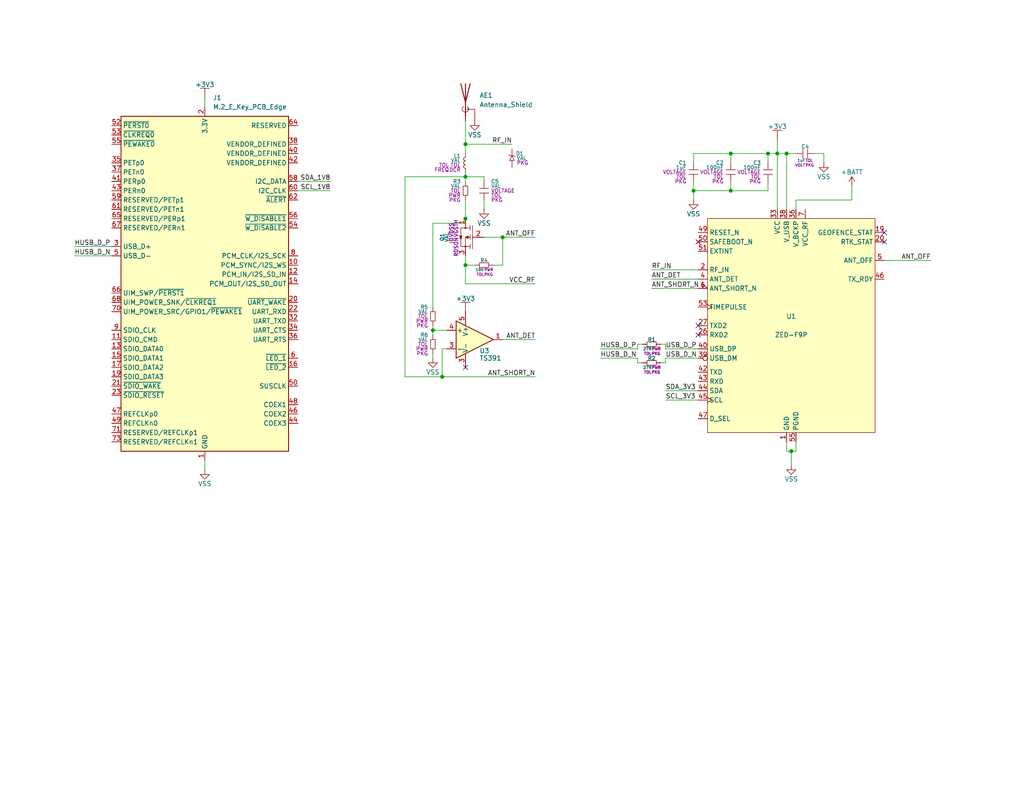
<source format=kicad_sch>
(kicad_sch (version 20231120) (generator "eeschema") (generator_version "8.0")
  (paper "USLetter")
  (title_block (title "U-bolx ZED-F9P M.2 E-Key") (date "2024-11-15") (rev "01") (comment 2 "PROTOTYPE") (comment 3 "2024"))
  (lib_symbols
    (symbol "Connector:Bus_M.2_Socket_E"
      (property "Reference" "J" (at -22.86 46.99 0))
      (property "Value" "Bus_M.2_Socket_E" (at 16.51 46.99 0))
      (symbol "Bus_M.2_Socket_E_0_1"
        (rectangle (start -22.86 45.72) (end 22.86 -45.72) (stroke (width 0.254)) (fill (type background)))
      )
      (symbol "Bus_M.2_Socket_E_1_1"
        (pin power_in line (at 0 -48.26 90) (length 2.54) (name "GND") (number "1"))
        (pin bidirectional line (at 25.4 5.08 180) (length 2.54) (name "PCM_SYNC/I2S_WS") (number "10"))
        (pin bidirectional line (at -25.4 -15.24 0) (length 2.54) (name "SDIO_CMD") (number "11"))
        (pin input line (at 25.4 2.54 180) (length 2.54) (name "PCM_IN/I2S_SD_IN") (number "12"))
        (pin bidirectional line (at -25.4 -17.78 0) (length 2.54) (name "SDIO_DATA0") (number "13"))
        (pin output line (at 25.4 0 180) (length 2.54) (name "PCM_OUT/I2S_SD_OUT") (number "14"))
        (pin bidirectional line (at -25.4 -20.32 0) (length 2.54) (name "SDIO_DATA1") (number "15"))
        (pin open_collector line (at 25.4 -22.86 180) (length 2.54) (name "~{LED_2}") (number "16"))
        (pin bidirectional line (at -25.4 -22.86 0) (length 2.54) (name "SDIO_DATA2") (number "17"))
        (pin passive line (at 0 -48.26 90) (length 2.54) hide (name "GND") (number "18"))
        (pin bidirectional line (at -25.4 -25.4 0) (length 2.54) (name "SDIO_DATA3") (number "19"))
        (pin power_in line (at 0 48.26 270) (length 2.54) (name "3.3V") (number "2"))
        (pin input line (at 25.4 -5.08 180) (length 2.54) (name "~{UART_WAKE}") (number "20"))
        (pin input line (at -25.4 -27.94 0) (length 2.54) (name "~{SDIO_WAKE}") (number "21"))
        (pin input line (at 25.4 -7.62 180) (length 2.54) (name "UART_RXD") (number "22"))
        (pin output line (at -25.4 -30.48 0) (length 2.54) (name "~{SDIO_RESET}") (number "23"))
        (pin bidirectional line (at -25.4 10.16 0) (length 2.54) (name "USB_D+") (number "3"))
        (pin output line (at 25.4 -10.16 180) (length 2.54) (name "UART_TXD") (number "32"))
        (pin passive line (at 0 -48.26 90) (length 2.54) hide (name "GND") (number "33"))
        (pin input line (at 25.4 -12.7 180) (length 2.54) (name "UART_CTS") (number "34"))
        (pin output line (at -25.4 33.02 0) (length 2.54) (name "PETp0") (number "35"))
        (pin output line (at 25.4 -15.24 180) (length 2.54) (name "UART_RTS") (number "36"))
        (pin output line (at -25.4 30.48 0) (length 2.54) (name "PETn0") (number "37"))
        (pin passive line (at 25.4 38.1 180) (length 2.54) (name "VENDOR_DEFINED") (number "38"))
        (pin passive line (at 0 -48.26 90) (length 2.54) hide (name "GND") (number "39"))
        (pin passive line (at 0 48.26 270) (length 2.54) hide (name "3.3V") (number "4"))
        (pin passive line (at 25.4 35.56 180) (length 2.54) (name "VENDOR_DEFINED") (number "40"))
        (pin input line (at -25.4 27.94 0) (length 2.54) (name "PERp0") (number "41"))
        (pin passive line (at 25.4 33.02 180) (length 2.54) (name "VENDOR_DEFINED") (number "42"))
        (pin input line (at -25.4 25.4 0) (length 2.54) (name "PERn0") (number "43"))
        (pin bidirectional line (at 25.4 -38.1 180) (length 2.54) (name "COEX3") (number "44"))
        (pin passive line (at 0 -48.26 90) (length 2.54) hide (name "GND") (number "45"))
        (pin bidirectional line (at 25.4 -35.56 180) (length 2.54) (name "COEX2") (number "46"))
        (pin output line (at -25.4 -35.56 0) (length 2.54) (name "REFCLKp0") (number "47"))
        (pin bidirectional line (at 25.4 -33.02 180) (length 2.54) (name "COEX1") (number "48"))
        (pin output line (at -25.4 -38.1 0) (length 2.54) (name "REFCLKn0") (number "49"))
        (pin bidirectional line (at -25.4 7.62 0) (length 2.54) (name "USB_D-") (number "5"))
        (pin output line (at 25.4 -27.94 180) (length 2.54) (name "SUSCLK") (number "50"))
        (pin passive line (at 0 -48.26 90) (length 2.54) hide (name "GND") (number "51"))
        (pin output line (at -25.4 43.18 0) (length 2.54) (name "~{PERST0}") (number "52"))
        (pin bidirectional line (at -25.4 40.64 0) (length 2.54) (name "~{CLKREQ0}") (number "53"))
        (pin output line (at 25.4 15.24 180) (length 2.54) (name "~{W_DISABLE2}") (number "54"))
        (pin bidirectional line (at -25.4 38.1 0) (length 2.54) (name "~{PEWAKE0}") (number "55"))
        (pin output line (at 25.4 17.78 180) (length 2.54) (name "~{W_DISABLE1}") (number "56"))
        (pin passive line (at 0 -48.26 90) (length 2.54) hide (name "GND") (number "57"))
        (pin bidirectional line (at 25.4 27.94 180) (length 2.54) (name "I2C_DATA") (number "58"))
        (pin output line (at -25.4 22.86 0) (length 2.54) (name "RESERVED/PETp1") (number "59"))
        (pin open_collector line (at 25.4 -20.32 180) (length 2.54) (name "~{LED_1}") (number "6"))
        (pin output line (at 25.4 25.4 180) (length 2.54) (name "I2C_CLK") (number "60"))
        (pin output line (at -25.4 20.32 0) (length 2.54) (name "RESERVED/PETn1") (number "61"))
        (pin input line (at 25.4 22.86 180) (length 2.54) (name "~{ALERT}") (number "62"))
        (pin passive line (at 0 -48.26 90) (length 2.54) hide (name "GND") (number "63"))
        (pin passive line (at 25.4 43.18 180) (length 2.54) (name "RESERVED") (number "64"))
        (pin input line (at -25.4 17.78 0) (length 2.54) (name "RESERVED/PERp1") (number "65"))
        (pin output line (at -25.4 -2.54 0) (length 2.54) (name "UIM_SWP/~{PERST1}") (number "66"))
        (pin input line (at -25.4 15.24 0) (length 2.54) (name "RESERVED/PERn1") (number "67"))
        (pin bidirectional line (at -25.4 -5.08 0) (length 2.54) (name "UIM_POWER_SNK/~{CLKREQ1}") (number "68"))
        (pin passive line (at 0 -48.26 90) (length 2.54) hide (name "GND") (number "69"))
        (pin passive line (at 0 -48.26 90) (length 2.54) hide (name "GND") (number "7"))
        (pin bidirectional line (at -25.4 -7.62 0) (length 2.54) (name "UIM_POWER_SRC/GPIO1/~{PEWAKE1}") (number "70"))
        (pin output line (at -25.4 -40.64 0) (length 2.54) (name "RESERVED/REFCLKp1") (number "71"))
        (pin passive line (at 0 48.26 270) (length 2.54) hide (name "3.3V") (number "72"))
        (pin output line (at -25.4 -43.18 0) (length 2.54) (name "RESERVED/REFCLKn1") (number "73"))
        (pin passive line (at 0 48.26 270) (length 2.54) hide (name "3.3V") (number "74"))
        (pin passive line (at 0 -48.26 90) (length 2.54) hide (name "GND") (number "75"))
        (pin bidirectional line (at 25.4 7.62 180) (length 2.54) (name "PCM_CLK/I2S_SCK") (number "8"))
        (pin output line (at -25.4 -12.7 0) (length 2.54) (name "SDIO_CLK") (number "9"))
      )
    )
    (symbol "DS-Passives:C" (pin_numbers hide) (pin_names hide)
      (property "Reference" "C?" (at 1.905 2.54 0))
      (property "Value" "CAP" (at 1.905 1.27 0))
      (property "Tolerance" "TOL" (at 1.905 -1.27 0))
      (property "Voltage Rating" "VOLTAGE" (at 1.905 0 0))
      (property "Package" "PKG" (at 1.905 -2.54 0))
      (symbol "C_0_1"
        (polyline (pts (xy -1.27 -0.635) (xy 1.27 -0.635)))
        (polyline (pts (xy -1.27 0.635) (xy 1.27 0.635)))
      )
      (symbol "C_1_1"
        (pin passive line (at 0 2.54 270) (length 1.905) (name "") (number "1"))
        (pin passive line (at 0 -2.54 90) (length 1.905) (name "") (number "2"))
      )
    )
    (symbol "DS-Passives:C_horizontal"
      (property "Reference" "C?" (at 0 1.905 0))
      (property "Value" "CAP" (at 0 -1.905 0))
      (property "Tolerace" "TOL" (at 0 -1.905 0))
      (property "Voltage Rating" "VOLT" (at 0 -3.175 0))
      (property "Package" "PKG" (at 0 -3.175 0))
      (symbol "C_horizontal_0_1"
        (polyline (pts (xy -0.635 -1.27) (xy -0.635 1.27)))
        (polyline (pts (xy 0.635 -1.27) (xy 0.635 1.27)))
      )
      (symbol "C_horizontal_1_1"
        (pin passive line (at -2.54 0 0) (length 1.905) (name "") (number "1"))
        (pin passive line (at 2.54 0 180) (length 1.905) (name "") (number "2"))
      )
    )
    (symbol "DS-Passives:D_TVS_single" (pin_numbers hide)
      (property "Reference" "D" (at 1.016 1.27 0))
      (property "Value" "VAL" (at 1.27 0 0))
      (property "Package" "PKG" (at 1.27 -1.27 0))
      (symbol "D_TVS_single_0_1"
        (polyline (pts (xy 0 0.635) (xy -0.635 0.635) (xy -0.889 0.889)))
        (polyline (pts (xy 0 0.635) (xy 0.635 0.635) (xy 0.889 0.381)))
      )
      (symbol "D_TVS_single_1_0"
        (pin passive line (at 0 -2.54 90) (length 1.905) (name "") (number "1"))
        (pin passive line (at 0 2.54 270) (length 1.905) (name "") (number "2"))
      )
      (symbol "D_TVS_single_1_1"
        (polyline (pts (xy -0.635 -0.635) (xy 0.635 -0.635) (xy 0 0.635) (xy -0.635 -0.635)) (stroke (width 0.1524)))
      )
    )
    (symbol "DS-Passives:L" (pin_numbers hide) (pin_names hide)
      (property "Reference" "L?" (at 1.27 1.905 0))
      (property "Value" "VAL" (at 1.27 0.635 0))
      (property "Tolerance" "TOL" (at 1.27 -0.635 0))
      (property "Current Rating" "TOL" (at 4.445 -0.635 0))
      (property "DC Resistance" "DCR" (at 1.27 -1.905 0))
      (property "Resonant Frequency" "FRES" (at 4.445 -1.905 0))
      (symbol "L_0_1"
        (arc (start 0 -1.524) (mid 0.3592 -1.3752) (end 0.508 -1.016))
        (arc (start 0 -0.508) (mid 0.3592 -0.3592) (end 0.508 0))
        (arc (start 0 0.508) (mid 0.3592 0.6568) (end 0.508 1.016))
        (arc (start 0.508 -1.016) (mid 0.3592 -0.6568) (end 0 -0.508))
        (arc (start 0.508 0) (mid 0.3592 0.3592) (end 0 0.508))
        (arc (start 0.508 1.016) (mid 0.3592 1.3752) (end 0 1.524))
      )
      (symbol "L_1_0"
        (pin passive line (at 0 2.54 270) (length 1.016) (name "") (number "1"))
        (pin passive line (at 0 -2.54 90) (length 1.016) (name "") (number "2"))
      )
    )
    (symbol "DS-Passives:R"
      (property "Reference" "R?" (at 1.27 2.54 0))
      (property "Value" "VAL" (at 1.27 1.27 0))
      (property "Tolerance" "TOL" (at 1.27 0 0))
      (property "Power Rating" "PWR" (at 1.27 -1.27 0))
      (property "Package" "PKG" (at 1.27 -2.54 0))
      (symbol "R_0_1"
        (polyline (pts (xy -0.635 1.27) (xy -0.635 -1.27) (xy 0.635 -1.27) (xy 0.635 1.27) (xy -0.635 1.27)))
      )
      (symbol "R_1_1"
        (pin passive line (at 0 2.54 270) (length 1.27) (name "") (number "1"))
        (pin passive line (at 0 -2.54 90) (length 1.27) (name "") (number "2"))
      )
    )
    (symbol "DS-Passives:R_horizontal"
      (property "Reference" "R?" (at 0 1.27 0))
      (property "Value" "VAL" (at 0 -1.27 0))
      (property "Tolerance" "TOL" (at 0 -2.54 0))
      (property "Power Rating" "PWR" (at 0 -1.27 0))
      (property "Package" "PKG" (at 0 -2.54 0))
      (symbol "R_horizontal_0_1"
        (polyline (pts (xy -1.27 -0.635) (xy 1.27 -0.635) (xy 1.27 0.635) (xy -1.27 0.635) (xy -1.27 -0.635)))
      )
      (symbol "R_horizontal_1_1"
        (pin passive line (at -2.54 0 0) (length 1.27) (name "") (number "1"))
        (pin passive line (at 2.54 0 180) (length 1.27) (name "") (number "2"))
      )
    )
    (symbol "DS-Power:+3V3" (power) (pin_numbers hide) (pin_names (offset 0) hide)
      (property "Value" "+3V3" (at 0 3.556 0))
      (symbol "+3V3_0_1"
        (polyline (pts (xy -1.27 2.54) (xy 0 2.54)))
        (polyline (pts (xy 0 0) (xy 0 2.54)))
        (polyline (pts (xy 0 2.54) (xy 1.27 2.54)))
      )
      (symbol "+3V3_1_1"
        (pin power_in line (at 0 0 90) (length 0) (name "~") (number "1"))
      )
    )
    (symbol "DS-Power:VSS" (power) (pin_numbers hide) (pin_names (offset 0) hide)
      (property "Value" "VSS" (at 0 -3.81 0))
      (symbol "VSS_0_1"
        (polyline (pts (xy 0 0) (xy 0 -1.27) (xy 1.27 -1.27) (xy 0 -2.54) (xy -1.27 -1.27) (xy 0 -1.27)))
      )
      (symbol "VSS_1_1"
        (pin power_in line (at 0 0 270) (length 0) (name "~") (number "1"))
      )
    )
    (symbol "DS-Transistors:PMOS_DGS"
      (property "Reference" "Q?" (at 0 6.35 0))
      (property "Value" "VAL" (at 0 5.08 0))
      (property "VDSS" "VDSS" (at 0 3.81 0))
      (property "VGSTH" "VGSTH" (at 0 2.54 0))
      (property "ID" "ID" (at 0 3.81 0))
      (property "RDSON" "RDSON" (at 0 2.54 0))
      (symbol "PMOS_DGS_0_1"
        (polyline (pts (xy -3.175 -1.27) (xy -1.905 -1.27)))
        (polyline (pts (xy -0.635 -1.27) (xy 0.635 -1.27)))
        (polyline (pts (xy 0 -0.635) (xy 0 -1.27)))
        (polyline (pts (xy 1.905 -1.27) (xy 3.175 -1.27)))
        (polyline (pts (xy -2.54 -1.27) (xy -2.54 0) (xy -3.175 0)))
        (polyline (pts (xy 2.54 -1.27) (xy 2.54 0) (xy 3.175 0)))
      )
      (symbol "PMOS_DGS_1_0"
        (pin passive line (at -5.08 0 0) (length 1.905) (name "") (number "1"))
        (pin passive line (at 0 -5.08 90) (length 3.175) (name "") (number "2"))
        (pin passive line (at 5.08 0 180) (length 1.905) (name "") (number "3"))
      )
      (symbol "PMOS_DGS_1_1"
        (circle (center -2.54 0) (radius 0.1796) (fill (type outline)))
        (polyline (pts (xy -3.175 -1.905) (xy 3.175 -1.905)))
        (polyline (pts (xy 0 0) (xy 2.54 0)))
        (polyline (pts (xy 0.381 1.651) (xy 0.381 0.889)))
        (polyline (pts (xy -2.54 0) (xy -2.54 1.27) (xy -0.381 1.27)))
        (polyline (pts (xy 0.381 1.27) (xy 2.54 1.27) (xy 2.54 0)))
        (polyline (pts (xy 0 0) (xy -0.381 -0.762) (xy 0.381 -0.762) (xy 0 0)) (fill (type outline)))
        (polyline (pts (xy 0.381 1.27) (xy -0.381 1.651) (xy -0.381 0.889) (xy 0.381 1.27)) (fill (type outline)))
        (circle (center 2.54 0) (radius 0.1796) (fill (type outline)))
      )
    )
    (symbol "DSE-RF-Receivers:ZED-F9P-04B"
      (property "Reference" "U" (at 0 2.54 0))
      (property "Value" "ZED-F9P" (at 0 -2.54 0))
      (symbol "ZED-F9P-04B_0_0"
        (pin passive line (at -1.27 -31.75 90) (length 2.54) (name "GND") (number "1"))
        (pin no_connect line (at 25.4 -25.4 180) (length 2.54) hide (name "Reserved") (number "11"))
        (pin passive line (at -1.27 -31.75 90) (length 2.54) hide (name "GND") (number "12"))
        (pin passive line (at -1.27 -31.75 90) (length 2.54) hide (name "GND") (number "14"))
        (pin no_connect line (at 25.4 -25.4 180) (length 2.54) hide (name "Reserved") (number "18"))
        (pin output line (at 25.4 25.4 180) (length 2.54) (name "GEOFENCE_STAT") (number "19"))
        (pin input line (at -25.4 15.24 0) (length 2.54) (name "RF_IN") (number "2"))
        (pin output line (at 25.4 22.86 180) (length 2.54) (name "RTK_STAT") (number "20"))
        (pin input line (at -25.4 -2.54 0) (length 2.54) (name "RXD2") (number "26"))
        (pin output line (at -25.4 0 0) (length 2.54) (name "TXD2") (number "27"))
        (pin passive line (at -1.27 -31.75 90) (length 2.54) hide (name "GND") (number "3"))
        (pin passive line (at -1.27 -31.75 90) (length 2.54) hide (name "GND") (number "32"))
        (pin power_in line (at -3.81 31.75 270) (length 2.54) (name "VCC") (number "33"))
        (pin power_in line (at -3.81 31.75 270) (length 2.54) hide (name "VCC") (number "34"))
        (pin power_in line (at 1.27 31.75 270) (length 2.54) (name "V_BCKP") (number "36"))
        (pin passive line (at -1.27 -31.75 90) (length 2.54) hide (name "GND") (number "37"))
        (pin power_in line (at -1.27 31.75 270) (length 2.54) (name "V_USB") (number "38"))
        (pin bidirectional inverted (at -25.4 -8.89 0) (length 2.54) (name "USB_DM") (number "39"))
        (pin input line (at -25.4 12.7 0) (length 2.54) (name "ANT_DET") (number "4"))
        (pin bidirectional line (at -25.4 -6.35 0) (length 2.54) (name "USB_DP") (number "40"))
        (pin passive line (at -1.27 -31.75 90) (length 2.54) hide (name "GND") (number "41"))
        (pin output line (at 25.4 12.7 180) (length 2.54) (name "TX_RDY") (number "46"))
        (pin input line (at -25.4 -25.4 0) (length 2.54) (name "D_SEL") (number "47"))
        (pin passive line (at -1.27 -31.75 90) (length 2.54) hide (name "GND") (number "48"))
        (pin input line (at -25.4 25.4 0) (length 2.54) (name "RESET_N") (number "49"))
        (pin output line (at 25.4 17.78 180) (length 2.54) (name "ANT_OFF") (number "5"))
        (pin no_connect line (at -25.4 22.86 0) (length 2.54) (name "SAFEBOOT_N") (number "50"))
        (pin input line (at -25.4 20.32 0) (length 2.54) (name "EXTINT") (number "51"))
        (pin input clock (at -25.4 5.08 0) (length 2.54) (name "TIMEPULSE") (number "53"))
        (pin input input_low (at -25.4 10.16 0) (length 2.54) (name "ANT_SHORT_N") (number "6"))
        (pin power_out line (at 3.81 31.75 270) (length 2.54) (name "VCC_RF") (number "7"))
      )
      (symbol "ZED-F9P-04B_1_0"
        (pin no_connect line (at 25.4 -25.4 180) (length 2.54) hide (name "Reserved") (number "10"))
        (pin passive line (at 1.27 -31.75 90) (length 2.54) hide (name "PGND") (number "100"))
        (pin passive line (at 1.27 -31.75 90) (length 2.54) hide (name "PGND") (number "101"))
        (pin passive line (at 1.27 -31.75 90) (length 2.54) hide (name "PGND") (number "102"))
        (pin no_connect line (at 25.4 -25.4 180) (length 2.54) hide (name "Reserved") (number "13"))
        (pin no_connect line (at 25.4 -25.4 180) (length 2.54) hide (name "Reserved") (number "15"))
        (pin no_connect line (at 25.4 -25.4 180) (length 2.54) hide (name "Reserved") (number "16"))
        (pin no_connect line (at 25.4 -25.4 180) (length 2.54) hide (name "Reserved") (number "17"))
        (pin no_connect line (at 25.4 -25.4 180) (length 2.54) hide (name "Reserved") (number "21"))
        (pin no_connect line (at 25.4 -25.4 180) (length 2.54) hide (name "Reserved") (number "22"))
        (pin no_connect line (at 25.4 -25.4 180) (length 2.54) hide (name "Reserved") (number "23"))
        (pin no_connect line (at 25.4 -25.4 180) (length 2.54) hide (name "Reserved") (number "24"))
        (pin no_connect line (at 25.4 -25.4 180) (length 2.54) hide (name "Reserved") (number "25"))
        (pin no_connect line (at 25.4 -25.4 180) (length 2.54) hide (name "Reserved") (number "28"))
        (pin no_connect line (at 25.4 -25.4 180) (length 2.54) hide (name "Reserved") (number "29"))
        (pin no_connect line (at 25.4 -25.4 180) (length 2.54) hide (name "Reserved") (number "30"))
        (pin no_connect line (at 25.4 -25.4 180) (length 2.54) hide (name "Reserved") (number "31"))
        (pin no_connect line (at 25.4 -25.4 180) (length 2.54) hide (name "Reserved") (number "35"))
        (pin output line (at -25.4 -12.7 0) (length 2.54) (name "TXD") (number "42"))
        (pin input line (at -25.4 -15.24 0) (length 2.54) (name "RXD") (number "43"))
        (pin bidirectional line (at -25.4 -17.78 0) (length 2.54) (name "SDA") (number "44"))
        (pin input clock (at -25.4 -20.32 0) (length 2.54) (name "SCL") (number "45"))
        (pin no_connect line (at 25.4 -25.4 180) (length 2.54) hide (name "Reserved") (number "52"))
        (pin no_connect line (at 25.4 -25.4 180) (length 2.54) hide (name "Reserved") (number "54"))
        (pin passive line (at 1.27 -31.75 90) (length 2.54) (name "PGND") (number "55"))
        (pin passive line (at 1.27 -31.75 90) (length 2.54) hide (name "PGND") (number "56"))
        (pin passive line (at 1.27 -31.75 90) (length 2.54) hide (name "PGND") (number "57"))
        (pin passive line (at 1.27 -31.75 90) (length 2.54) hide (name "PGND") (number "58"))
        (pin passive line (at 1.27 -31.75 90) (length 2.54) hide (name "PGND") (number "59"))
        (pin passive line (at 1.27 -31.75 90) (length 2.54) hide (name "PGND") (number "60"))
        (pin passive line (at 1.27 -31.75 90) (length 2.54) hide (name "PGND") (number "61"))
        (pin passive line (at 1.27 -31.75 90) (length 2.54) hide (name "PGND") (number "62"))
        (pin passive line (at 1.27 -31.75 90) (length 2.54) hide (name "PGND") (number "63"))
        (pin passive line (at 1.27 -31.75 90) (length 2.54) hide (name "PGND") (number "64"))
        (pin passive line (at 1.27 -31.75 90) (length 2.54) hide (name "PGND") (number "65"))
        (pin passive line (at 1.27 -31.75 90) (length 2.54) hide (name "PGND") (number "66"))
        (pin passive line (at 1.27 -31.75 90) (length 2.54) hide (name "PGND") (number "67"))
        (pin passive line (at 1.27 -31.75 90) (length 2.54) hide (name "PGND") (number "68"))
        (pin passive line (at 1.27 -31.75 90) (length 2.54) hide (name "PGND") (number "69"))
        (pin passive line (at 1.27 -31.75 90) (length 2.54) hide (name "PGND") (number "70"))
        (pin passive line (at 1.27 -31.75 90) (length 2.54) hide (name "PGND") (number "71"))
        (pin passive line (at 1.27 -31.75 90) (length 2.54) hide (name "PGND") (number "72"))
        (pin passive line (at 1.27 -31.75 90) (length 2.54) hide (name "PGND") (number "73"))
        (pin passive line (at 1.27 -31.75 90) (length 2.54) hide (name "PGND") (number "74"))
        (pin passive line (at 1.27 -31.75 90) (length 2.54) hide (name "PGND") (number "75"))
        (pin passive line (at 1.27 -31.75 90) (length 2.54) hide (name "PGND") (number "76"))
        (pin passive line (at 1.27 -31.75 90) (length 2.54) hide (name "PGND") (number "77"))
        (pin passive line (at 1.27 -31.75 90) (length 2.54) hide (name "PGND") (number "78"))
        (pin passive line (at 1.27 -31.75 90) (length 2.54) hide (name "PGND") (number "79"))
        (pin no_connect line (at 25.4 -25.4 180) (length 2.54) hide (name "Reserved") (number "8"))
        (pin passive line (at 1.27 -31.75 90) (length 2.54) hide (name "PGND") (number "80"))
        (pin passive line (at 1.27 -31.75 90) (length 2.54) hide (name "PGND") (number "81"))
        (pin passive line (at 1.27 -31.75 90) (length 2.54) hide (name "PGND") (number "82"))
        (pin passive line (at 1.27 -31.75 90) (length 2.54) hide (name "PGND") (number "83"))
        (pin passive line (at 1.27 -31.75 90) (length 2.54) hide (name "PGND") (number "84"))
        (pin passive line (at 1.27 -31.75 90) (length 2.54) hide (name "PGND") (number "85"))
        (pin passive line (at 1.27 -31.75 90) (length 2.54) hide (name "PGND") (number "86"))
        (pin passive line (at 1.27 -31.75 90) (length 2.54) hide (name "PGND") (number "87"))
        (pin passive line (at 1.27 -31.75 90) (length 2.54) hide (name "PGND") (number "88"))
        (pin passive line (at 1.27 -31.75 90) (length 2.54) hide (name "PGND") (number "89"))
        (pin no_connect line (at 25.4 -25.4 180) (length 2.54) hide (name "Reserved") (number "9"))
        (pin passive line (at 1.27 -31.75 90) (length 2.54) hide (name "PGND") (number "90"))
        (pin passive line (at 1.27 -31.75 90) (length 2.54) hide (name "PGND") (number "91"))
        (pin passive line (at 1.27 -31.75 90) (length 2.54) hide (name "PGND") (number "92"))
        (pin passive line (at 1.27 -31.75 90) (length 2.54) hide (name "PGND") (number "93"))
        (pin passive line (at 1.27 -31.75 90) (length 2.54) hide (name "PGND") (number "94"))
        (pin passive line (at 1.27 -31.75 90) (length 2.54) hide (name "PGND") (number "95"))
        (pin passive line (at 1.27 -31.75 90) (length 2.54) hide (name "PGND") (number "96"))
        (pin passive line (at 1.27 -31.75 90) (length 2.54) hide (name "PGND") (number "97"))
        (pin passive line (at 1.27 -31.75 90) (length 2.54) hide (name "PGND") (number "98"))
        (pin passive line (at 1.27 -31.75 90) (length 2.54) hide (name "PGND") (number "99"))
      )
      (symbol "ZED-F9P-04B_1_1"
        (rectangle (start -22.86 29.21) (end 22.86 -29.21) (fill (type background)))
      )
    )
    (symbol "Device:Antenna_Shield" (pin_numbers hide) (pin_names (offset 1.016) hide)
      (property "Reference" "AE" (at -1.905 4.445 0))
      (property "Value" "Antenna_Shield" (at -1.905 2.54 0))
      (symbol "Antenna_Shield_0_1"
        (arc (start -0.508 -1.143) (mid -0.8429 -2.1194) (end 0 -2.667))
        (arc (start 0 -2.667) (mid 0.7989 -2.1052) (end 0.508 -1.143))
        (polyline (pts (xy 0 -2.54) (xy 0 0)))
        (polyline (pts (xy 0 5.08) (xy 0 -3.81)) (stroke (width 0.254)))
        (polyline (pts (xy 0.762 -1.905) (xy 2.54 -1.905)))
        (polyline (pts (xy 2.54 -2.54) (xy 2.54 -1.905)))
        (polyline (pts (xy 1.27 5.08) (xy 0 0) (xy -1.27 5.08)) (stroke (width 0.254)))
        (circle (center 0.762 -1.905) (radius 0.1778) (fill (type outline)))
      )
      (symbol "Antenna_Shield_1_1"
        (pin input line (at 0 -5.08 90) (length 2.54) (name "A") (number "1"))
        (pin input line (at 2.54 -5.08 90) (length 2.54) (name "Shield") (number "2"))
      )
    )
    (symbol "lib_sch:TS391" (pin_names (offset 0.127))
      (property "Reference" "U" (at 1.27 -3.81 0))
      (property "Value" "TS391" (at 1.27 -5.08 0))
      (symbol "TS391_0_1"
        (polyline (pts (xy -5.08 5.08) (xy 5.08 0) (xy -5.08 -5.08) (xy -5.08 5.08)) (stroke (width 0.254)) (fill (type background)))
      )
      (symbol "TS391_1_1"
        (pin open_collector line (at 7.62 0 180) (length 2.54) (name "~") (number "1"))
        (pin input line (at -7.62 -2.54 0) (length 2.54) (name "-") (number "3"))
        (pin power_in line (at -2.54 -7.62 90) (length 3.81) (name "V-") (number "3"))
        (pin input line (at -7.62 2.54 0) (length 2.54) (name "+") (number "4"))
        (pin power_in line (at -2.54 7.62 270) (length 3.81) (name "V+") (number "5"))
      )
    )
    (symbol "power:+BATT" (power) (pin_numbers hide) (pin_names (offset 0) hide)
      (property "Value" "+BATT" (at 0 3.556 0))
      (symbol "+BATT_0_1"
        (polyline (pts (xy -0.762 1.27) (xy 0 2.54)))
        (polyline (pts (xy 0 0) (xy 0 2.54)))
        (polyline (pts (xy 0 2.54) (xy 0.762 1.27)))
      )
      (symbol "+BATT_1_1"
        (pin power_in line (at 0 0 90) (length 0) (name "~") (number "1"))
      )
    )
  )
  (junction (at 199.39 52.07))
  (junction (at 118.11 90.17))
  (junction (at 189.23 52.07))
  (junction (at 209.55 41.91))
  (junction (at 127 72.39))
  (junction (at 212.09 41.91))
  (junction (at 127 59.69))
  (junction (at 137.16 64.77))
  (junction (at 215.9 123.19))
  (junction (at 214.63 41.91))
  (junction (at 199.39 41.91))
  (junction (at 127 39.37))
  (junction (at 127 48.26))
  (junction (at 120.65 102.87))
  (no_connect (at 241.3 63.5))
  (no_connect (at 190.5 91.44))
  (no_connect (at 190.5 88.9))
  (no_connect (at 127 100.33))
  (no_connect (at 241.3 66.04))
  (no_connect (at 190.5 66.04))
  (wire (pts (xy 127 46.99) (xy 127 48.26)))
  (wire (pts (xy 81.28 49.53) (xy 90.17 49.53)))
  (wire (pts (xy 110.49 48.26) (xy 110.49 102.87)))
  (wire (pts (xy 127 60.96) (xy 127 59.69)))
  (wire (pts (xy 137.16 64.77) (xy 132.08 64.77)))
  (wire (pts (xy 127 39.37) (xy 139.7 39.37)))
  (wire (pts (xy 189.23 49.53) (xy 189.23 52.07)))
  (wire (pts (xy 224.79 41.91) (xy 222.25 41.91)))
  (wire (pts (xy 20.32 69.85) (xy 30.48 69.85)))
  (wire (pts (xy 199.39 41.91) (xy 209.55 41.91)))
  (wire (pts (xy 127 72.39) (xy 129.54 72.39)))
  (wire (pts (xy 137.16 64.77) (xy 146.05 64.77)))
  (wire (pts (xy 215.9 127) (xy 215.9 123.19)))
  (wire (pts (xy 214.63 120.65) (xy 214.63 123.19)))
  (wire (pts (xy 209.55 49.53) (xy 209.55 52.07)))
  (wire (pts (xy 118.11 90.17) (xy 118.11 88.9)))
  (wire (pts (xy 173.99 95.25) (xy 163.83 95.25)))
  (wire (pts (xy 181.61 99.06) (xy 180.34 99.06)))
  (wire (pts (xy 214.63 41.91) (xy 217.17 41.91)))
  (wire (pts (xy 215.9 123.19) (xy 217.17 123.19)))
  (wire (pts (xy 134.62 72.39) (xy 137.16 72.39)))
  (wire (pts (xy 232.41 50.8) (xy 232.41 54.61)))
  (wire (pts (xy 118.11 96.52) (xy 118.11 97.79)))
  (wire (pts (xy 212.09 41.91) (xy 212.09 57.15)))
  (wire (pts (xy 55.88 26.67) (xy 55.88 29.21)))
  (wire (pts (xy 217.17 54.61) (xy 217.17 57.15)))
  (wire (pts (xy 181.61 93.98) (xy 180.34 93.98)))
  (wire (pts (xy 132.08 54.61) (xy 132.08 57.15)))
  (wire (pts (xy 173.99 99.06) (xy 173.99 97.79)))
  (wire (pts (xy 121.92 95.25) (xy 120.65 95.25)))
  (wire (pts (xy 212.09 41.91) (xy 214.63 41.91)))
  (wire (pts (xy 189.23 41.91) (xy 199.39 41.91)))
  (wire (pts (xy 199.39 49.53) (xy 199.39 52.07)))
  (wire (pts (xy 189.23 52.07) (xy 189.23 54.61)))
  (wire (pts (xy 132.08 49.53) (xy 132.08 48.26)))
  (wire (pts (xy 20.32 67.31) (xy 30.48 67.31)))
  (wire (pts (xy 137.16 72.39) (xy 137.16 64.77)))
  (wire (pts (xy 209.55 41.91) (xy 212.09 41.91)))
  (wire (pts (xy 217.17 120.65) (xy 217.17 123.19)))
  (wire (pts (xy 209.55 52.07) (xy 199.39 52.07)))
  (wire (pts (xy 181.61 95.25) (xy 181.61 93.98)))
  (wire (pts (xy 120.65 102.87) (xy 146.05 102.87)))
  (wire (pts (xy 127 60.96) (xy 118.11 60.96)))
  (wire (pts (xy 215.9 123.19) (xy 214.63 123.19)))
  (wire (pts (xy 81.28 52.07) (xy 90.17 52.07)))
  (wire (pts (xy 199.39 52.07) (xy 189.23 52.07)))
  (wire (pts (xy 232.41 54.61) (xy 217.17 54.61)))
  (wire (pts (xy 181.61 109.22) (xy 190.5 109.22)))
  (wire (pts (xy 127 54.61) (xy 127 59.69)))
  (wire (pts (xy 209.55 41.91) (xy 209.55 44.45)))
  (wire (pts (xy 214.63 41.91) (xy 214.63 57.15)))
  (wire (pts (xy 127 72.39) (xy 127 77.47)))
  (wire (pts (xy 241.3 71.12) (xy 254 71.12)))
  (wire (pts (xy 120.65 95.25) (xy 120.65 102.87)))
  (wire (pts (xy 177.8 73.66) (xy 190.5 73.66)))
  (wire (pts (xy 181.61 97.79) (xy 190.5 97.79)))
  (wire (pts (xy 55.88 125.73) (xy 55.88 128.27)))
  (wire (pts (xy 173.99 99.06) (xy 175.26 99.06)))
  (wire (pts (xy 173.99 97.79) (xy 163.83 97.79)))
  (wire (pts (xy 127 48.26) (xy 110.49 48.26)))
  (wire (pts (xy 177.8 78.74) (xy 190.5 78.74)))
  (wire (pts (xy 118.11 90.17) (xy 118.11 91.44)))
  (wire (pts (xy 189.23 44.45) (xy 189.23 41.91)))
  (wire (pts (xy 121.92 90.17) (xy 118.11 90.17)))
  (wire (pts (xy 181.61 95.25) (xy 190.5 95.25)))
  (wire (pts (xy 118.11 60.96) (xy 118.11 83.82)))
  (wire (pts (xy 173.99 93.98) (xy 175.26 93.98)))
  (wire (pts (xy 173.99 93.98) (xy 173.99 95.25)))
  (wire (pts (xy 127 77.47) (xy 146.05 77.47)))
  (wire (pts (xy 212.09 38.1) (xy 212.09 41.91)))
  (wire (pts (xy 127 33.02) (xy 127 39.37)))
  (wire (pts (xy 132.08 48.26) (xy 127 48.26)))
  (wire (pts (xy 127 48.26) (xy 127 49.53)))
  (wire (pts (xy 110.49 102.87) (xy 120.65 102.87)))
  (wire (pts (xy 181.61 97.79) (xy 181.61 99.06)))
  (wire (pts (xy 127 69.85) (xy 127 72.39)))
  (wire (pts (xy 181.61 106.68) (xy 190.5 106.68)))
  (wire (pts (xy 199.39 41.91) (xy 199.39 44.45)))
  (wire (pts (xy 127 39.37) (xy 127 41.91)))
  (wire (pts (xy 177.8 76.2) (xy 190.5 76.2)))
  (wire (pts (xy 137.16 92.71) (xy 146.05 92.71)))
  (wire (pts (xy 224.79 44.45) (xy 224.79 41.91)))
  (label "HUSB_D_N" (at 163.83 97.79 0))
  (label "USB_D_P" (at 181.61 95.25 0))
  (label "ANT_DET" (at 146.05 92.71 180))
  (label "VCC_RF" (at 146.05 77.47 180))
  (label "SDA_3V3" (at 181.61 106.68 0))
  (label "RF_IN" (at 177.8 73.66 0))
  (label "HUSB_D_N" (at 20.32 69.85 0))
  (label "USB_D_N" (at 181.61 97.79 0))
  (label "HUSB_D_P" (at 20.32 67.31 0))
  (label "SCL_3V3" (at 181.61 109.22 0))
  (label "ANT_SHORT_N" (at 177.8 78.74 0))
  (label "ANT_OFF" (at 254 71.12 180))
  (label "HUSB_D_P" (at 163.83 95.25 0))
  (label "ANT_DET" (at 177.8 76.2 0))
  (label "SCL_1V8" (at 90.17 52.07 180))
  (label "ANT_OFF" (at 146.05 64.77 180))
  (label "RF_IN" (at 139.7 39.37 180))
  (label "SDA_1V8" (at 90.17 49.53 180))
  (label "ANT_SHORT_N" (at 146.05 102.87 180))
  (symbol (lib_id "Device:Antenna_Shield") (at 127 27.94 0) (unit 1)
    (property "Reference" "AE1" (at 130.81 26.0349 0) (effects (justify left)))
    (property "Value" "Antenna_Shield" (at 130.81 28.5749 0) (effects (justify left)))
    (property "Description" "Antenna with extra pin for shielding" (effects (hide yes)))
  )
  (symbol (lib_id "DS-Transistors:PMOS_DGS") (at 127 64.77 90) (mirror x) (unit 1)
    (property "Reference" "Q1" (at 120.65 64.77 0) (effects (font (size 1.016 1.016))))
    (property "Value" "VAL" (at 121.92 64.77 0) (effects (font (size 1.016 1.016))))
    (property "VDSS" "VDSS" (at 123.19 64.77 0) (effects (font (size 1.016 1.016)) (justify right)))
    (property "VGSTH" "VGSTH" (at 124.46 64.77 0) (effects (font (size 1.016 1.016)) (justify right)))
    (property "ID" "ID" (at 123.19 64.77 0) (effects (font (size 1.016 1.016)) (justify left)))
    (property "RDSON" "RDSON" (at 124.46 64.77 0) (effects (font (size 1.016 1.016)) (justify left)))
  )
  (symbol (lib_id "DS-Passives:D_TVS_single") (at 139.7 43.18 0) (unit 1)
    (property "Reference" "D1" (at 140.716 41.91 0) (effects (font (size 1.016 1.016)) (justify left)))
    (property "Value" "VAL" (at 140.97 43.18 0) (effects (font (size 1.016 1.016)) (justify left)))
    (property "Package" "PKG" (at 140.97 44.45 0) (effects (font (size 1.016 1.016)) (justify left)))
  )
  (symbol (lib_id "DSE-RF-Receivers:ZED-F9P-04B") (at 215.9 88.9 0) (unit 1)
    (property "Reference" "U1" (at 215.9 86.36 0))
    (property "Value" "ZED-F9P" (at 215.9 91.44 0))
    (property "Footprint" "DSE-RF-Receivers:ZED-F9P-04B_UBL" (effects (hide yes)))
    (property "Description" "ZED-F9P RF Receiver BeiDou, Galileo, GLONASS, GNSS, GPS 1.207GHz, 1.2276GHz, 1.246GHz, 1.561GHz, 1.575GHz, 1.602GHz -167dBm 921.6kbps 54-LGA (22x17)" (effects (hide yes)))
    (property "Manufacturer" "u-blox" (effects (hide yes)))
    (property "MPN" "ZED-F9P-04B" (effects (hide yes)))
    (property "DKPN" "672-ZED-F9P-04BCT-ND" (effects (hide yes)))
  )
  (symbol (lib_id "DS-Passives:C") (at 132.08 52.07 0) (unit 1)
    (property "Reference" "C5" (at 133.985 49.53 0) (effects (font (size 1.016 1.016)) (justify left)))
    (property "Value" "VAL" (at 133.985 50.8 0) (effects (font (size 1.016 1.016)) (justify left)))
    (property "Description" "Ceramic capacitor symbol" (effects (hide yes)))
    (property "Tolerance" "TOL" (at 133.985 53.34 0) (effects (font (size 1.016 1.016)) (justify left)))
    (property "Voltage Rating" "VOLTAGE" (at 133.985 52.07 0) (effects (font (size 1.016 1.016)) (justify left)))
    (property "Package" "PKG" (at 133.985 54.61 0) (effects (font (size 1.016 1.016)) (justify left)))
  )
  (symbol (lib_id "DS-Passives:R") (at 127 52.07 0) (mirror y) (unit 1)
    (property "Reference" "R3" (at 125.73 49.53 0) (effects (font (size 1.016 1.016)) (justify left)))
    (property "Value" "VAL" (at 125.73 50.8 0) (effects (font (size 1.016 1.016)) (justify left)))
    (property "Tolerance" "TOL" (at 125.73 52.07 0) (effects (font (size 1.016 1.016)) (justify left)))
    (property "Power Rating" "PWR" (at 125.73 53.34 0) (effects (font (size 1.016 1.016)) (justify left)))
    (property "Package" "PKG" (at 125.73 54.61 0) (effects (font (size 1.016 1.016)) (justify left)))
  )
  (symbol (lib_id "DS-Power:+3V3") (at 127 85.09 0) (unit 1)
    (property "Reference" "#PWR010" (effects (hide yes)))
    (property "Value" "+3V3" (at 127 81.534 0))
  )
  (symbol (lib_id "DS-Power:VSS") (at 118.11 97.79 0) (unit 1)
    (property "Reference" "#PWR011" (effects (hide yes)))
    (property "Value" "VSS" (at 118.11 101.6 0))
  )
  (symbol (lib_id "lib_sch:TS391") (at 129.54 92.71 0) (unit 1)
    (property "Reference" "U3" (at 130.81 96.52 0) (effects (justify left bottom)))
    (property "Value" "TS391" (at 130.81 97.79 0) (effects (justify left)))
    (property "Footprint" "lib_fp:SOT23-5P95_280X300X110L40X38N" (effects (hide yes)))
    (property "Datasheet" "datasheets/STMicroelectronics-TS391x.pdf" (effects (hide yes)))
    (property "Description" "IC COMPARATOR 1 GEN PUR SOT23-5" (effects (hide yes)))
    (property "Manufacturer" "STMicroelectronics" (effects (hide yes)))
    (property "MPN" "TS391IYLT" (effects (hide yes)))
    (property "DKPN" "497-10245-1-ND" (effects (hide yes)))
  )
  (symbol (lib_id "DS-Passives:R_horizontal") (at 132.08 72.39 0) (unit 1)
    (property "Reference" "R4" (at 132.08 71.12 0) (effects (font (size 1.016 1.016))))
    (property "Value" "10K" (at 132.08 73.66 0) (effects (font (size 0.762 0.762)) (justify right)))
    (property "Tolerance" "TOL" (at 132.08 74.93 0) (effects (font (size 0.762 0.762)) (justify right)))
    (property "Power Rating" "PWR" (at 132.08 73.66 0) (effects (font (size 0.762 0.762)) (justify left)))
    (property "Package" "PKG" (at 132.08 74.93 0) (effects (font (size 0.762 0.762)) (justify left)))
  )
  (symbol (lib_id "DS-Power:+3V3") (at 55.88 26.67 0) (unit 1)
    (property "Reference" "#PWR04" (effects (hide yes)))
    (property "Value" "+3V3" (at 55.88 23.114 0))
  )
  (symbol (lib_id "power:+BATT") (at 232.41 50.8 0) (unit 1)
    (property "Reference" "#PWR02" (effects (hide yes)))
    (property "Value" "+BATT" (at 232.41 46.99 0))
    (property "Description" "Power symbol creates a global label with name \"+BATT\"" (effects (hide yes)))
  )
  (symbol (lib_id "DS-Passives:R_horizontal") (at 177.8 99.06 0) (unit 1)
    (property "Reference" "R2" (at 177.8 97.79 0) (effects (font (size 1.016 1.016))))
    (property "Value" "27R" (at 177.8 100.33 0) (effects (font (size 0.762 0.762)) (justify right)))
    (property "Tolerance" "TOL" (at 177.8 101.6 0) (effects (font (size 0.762 0.762)) (justify right)))
    (property "Power Rating" "PWR" (at 177.8 100.33 0) (effects (font (size 0.762 0.762)) (justify left)))
    (property "Package" "PKG" (at 177.8 101.6 0) (effects (font (size 0.762 0.762)) (justify left)))
  )
  (symbol (lib_id "Connector:Bus_M.2_Socket_E") (at 55.88 77.47 0) (unit 1)
    (property "Reference" "J1" (at 58.0741 26.67 0) (effects (justify left)))
    (property "Value" "M.2_E_Key_PCB_Edge" (at 58.0741 29.21 0) (effects (justify left)))
    (property "Footprint" "lib_fp:M.2 E-Key" (effects (hide yes)))
    (property "Datasheet" "N/A" (effects (hide yes)))
    (property "Description" "M.2 Mechanical Key E Card Edge Connector" (effects (hide yes)))
    (property "Manufacturer" "N/A" (effects (hide yes)))
    (property "MPN" "N/A" (effects (hide yes)))
    (property "DKPN" "N/A" (effects (hide yes)))
  )
  (symbol (lib_id "DS-Passives:C") (at 189.23 46.99 0) (mirror y) (unit 1)
    (property "Reference" "C1" (at 187.325 44.45 0) (effects (font (size 1.016 1.016)) (justify left)))
    (property "Value" "1uF" (at 187.325 45.72 0) (effects (font (size 1.016 1.016)) (justify left)))
    (property "Description" "Ceramic capacitor symbol" (effects (hide yes)))
    (property "Tolerance" "TOL" (at 187.325 48.26 0) (effects (font (size 1.016 1.016)) (justify left)))
    (property "Voltage Rating" "VOLTAGE" (at 187.325 46.99 0) (effects (font (size 1.016 1.016)) (justify left)))
    (property "Package" "PKG" (at 187.325 49.53 0) (effects (font (size 1.016 1.016)) (justify left)))
  )
  (symbol (lib_id "DS-Passives:L") (at 127 44.45 0) (mirror y) (unit 1)
    (property "Reference" "L1" (at 125.73 42.545 0) (effects (font (size 1.016 1.016)) (justify left)))
    (property "Value" "VAL" (at 125.73 43.815 0) (effects (font (size 1.016 1.016)) (justify left)))
    (property "Tolerance" "TOL" (at 125.73 45.085 0) (effects (font (size 1.016 1.016)) (justify left)))
    (property "Current Rating" "TOL" (at 122.555 45.085 0) (effects (font (size 1.016 1.016)) (justify left)))
    (property "DC Resistance" "DCR" (at 125.73 46.355 0) (effects (font (size 1.016 1.016)) (justify left)))
    (property "Resonant Frequency" "FREQ" (at 122.555 46.355 0) (effects (font (size 1.016 1.016)) (justify left)))
  )
  (symbol (lib_id "DS-Power:VSS") (at 189.23 54.61 0) (unit 1)
    (property "Reference" "#PWR06" (effects (hide yes)))
    (property "Value" "VSS" (at 189.23 58.42 0))
  )
  (symbol (lib_id "DS-Passives:C_horizontal") (at 219.71 41.91 0) (unit 1)
    (property "Reference" "C4" (at 219.71 40.005 0) (effects (font (size 1.016 1.016))))
    (property "Value" "1uF" (at 219.71 43.815 0) (effects (font (size 0.762 0.762)) (justify right)))
    (property "Tolerace" "TOL" (at 219.71 43.815 0) (effects (font (size 0.762 0.762)) (justify left)))
    (property "Voltage Rating" "VOLT" (at 219.71 45.085 0) (effects (font (size 0.762 0.762)) (justify right)))
    (property "Package" "PKG" (at 219.71 45.085 0) (effects (font (size 0.762 0.762)) (justify left)))
  )
  (symbol (lib_id "DS-Power:+3V3") (at 212.09 38.1 0) (unit 1)
    (property "Reference" "#PWR01" (effects (hide yes)))
    (property "Value" "+3V3" (at 212.09 34.544 0))
  )
  (symbol (lib_id "DS-Power:VSS") (at 55.88 128.27 0) (unit 1)
    (property "Reference" "#PWR05" (effects (hide yes)))
    (property "Value" "VSS" (at 55.88 132.08 0))
  )
  (symbol (lib_id "DS-Power:VSS") (at 132.08 57.15 0) (unit 1)
    (property "Reference" "#PWR09" (effects (hide yes)))
    (property "Value" "VSS" (at 132.08 60.96 0))
  )
  (symbol (lib_id "DS-Passives:C") (at 209.55 46.99 0) (mirror y) (unit 1)
    (property "Reference" "C3" (at 207.645 44.45 0) (effects (font (size 1.016 1.016)) (justify left)))
    (property "Value" "100nF" (at 207.645 45.72 0) (effects (font (size 1.016 1.016)) (justify left)))
    (property "Description" "Ceramic capacitor symbol" (effects (hide yes)))
    (property "Tolerance" "TOL" (at 207.645 48.26 0) (effects (font (size 1.016 1.016)) (justify left)))
    (property "Voltage Rating" "VOLTAGE" (at 207.645 46.99 0) (effects (font (size 1.016 1.016)) (justify left)))
    (property "Package" "PKG" (at 207.645 49.53 0) (effects (font (size 1.016 1.016)) (justify left)))
  )
  (symbol (lib_id "DS-Passives:R") (at 118.11 86.36 0) (mirror y) (unit 1)
    (property "Reference" "R5" (at 116.84 83.82 0) (effects (font (size 1.016 1.016)) (justify left)))
    (property "Value" "VAL" (at 116.84 85.09 0) (effects (font (size 1.016 1.016)) (justify left)))
    (property "Tolerance" "TOL" (at 116.84 86.36 0) (effects (font (size 1.016 1.016)) (justify left)))
    (property "Power Rating" "PWR" (at 116.84 87.63 0) (effects (font (size 1.016 1.016)) (justify left)))
    (property "Package" "PKG" (at 116.84 88.9 0) (effects (font (size 1.016 1.016)) (justify left)))
  )
  (symbol (lib_id "DS-Passives:R_horizontal") (at 177.8 93.98 0) (unit 1)
    (property "Reference" "R1" (at 177.8 92.71 0) (effects (font (size 1.016 1.016))))
    (property "Value" "27R" (at 177.8 95.25 0) (effects (font (size 0.762 0.762)) (justify right)))
    (property "Tolerance" "TOL" (at 177.8 96.52 0) (effects (font (size 0.762 0.762)) (justify right)))
    (property "Power Rating" "PWR" (at 177.8 95.25 0) (effects (font (size 0.762 0.762)) (justify left)))
    (property "Package" "PKG" (at 177.8 96.52 0) (effects (font (size 0.762 0.762)) (justify left)))
  )
  (symbol (lib_id "DS-Power:VSS") (at 129.54 33.02 0) (unit 1)
    (property "Reference" "#PWR08" (effects (hide yes)))
    (property "Value" "VSS" (at 129.54 36.83 0))
  )
  (symbol (lib_id "DS-Power:VSS") (at 215.9 127 0) (unit 1)
    (property "Reference" "#PWR03" (effects (hide yes)))
    (property "Value" "VSS" (at 215.9 130.81 0))
  )
  (symbol (lib_id "DS-Passives:C") (at 199.39 46.99 0) (mirror y) (unit 1)
    (property "Reference" "C2" (at 197.485 44.45 0) (effects (font (size 1.016 1.016)) (justify left)))
    (property "Value" "100nF" (at 197.485 45.72 0) (effects (font (size 1.016 1.016)) (justify left)))
    (property "Description" "Ceramic capacitor symbol" (effects (hide yes)))
    (property "Tolerance" "TOL" (at 197.485 48.26 0) (effects (font (size 1.016 1.016)) (justify left)))
    (property "Voltage Rating" "VOLTAGE" (at 197.485 46.99 0) (effects (font (size 1.016 1.016)) (justify left)))
    (property "Package" "PKG" (at 197.485 49.53 0) (effects (font (size 1.016 1.016)) (justify left)))
  )
  (symbol (lib_id "DS-Power:VSS") (at 224.79 44.45 0) (unit 1)
    (property "Reference" "#PWR07" (effects (hide yes)))
    (property "Value" "VSS" (at 224.79 48.26 0))
  )
  (symbol (lib_id "DS-Passives:R") (at 118.11 93.98 0) (mirror y) (unit 1)
    (property "Reference" "R6" (at 116.84 91.44 0) (effects (font (size 1.016 1.016)) (justify left)))
    (property "Value" "VAL" (at 116.84 92.71 0) (effects (font (size 1.016 1.016)) (justify left)))
    (property "Tolerance" "TOL" (at 116.84 93.98 0) (effects (font (size 1.016 1.016)) (justify left)))
    (property "Power Rating" "PWR" (at 116.84 95.25 0) (effects (font (size 1.016 1.016)) (justify left)))
    (property "Package" "PKG" (at 116.84 96.52 0) (effects (font (size 1.016 1.016)) (justify left)))
  )
)
</source>
